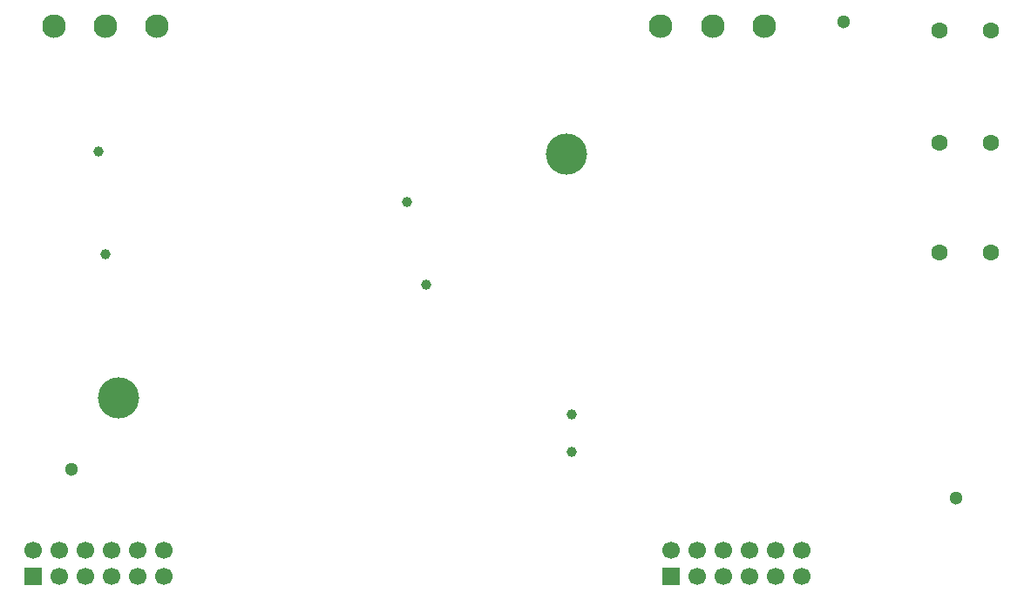
<source format=gbs>
G04 #@! TF.GenerationSoftware,KiCad,Pcbnew,9.0.3-9.0.3-0~ubuntu24.04.1*
G04 #@! TF.CreationDate,2025-08-16T17:29:33+02:00*
G04 #@! TF.ProjectId,acoustic-piezodriver-board,61636f75-7374-4696-932d-7069657a6f64,rev?*
G04 #@! TF.SameCoordinates,Original*
G04 #@! TF.FileFunction,Soldermask,Bot*
G04 #@! TF.FilePolarity,Negative*
%FSLAX46Y46*%
G04 Gerber Fmt 4.6, Leading zero omitted, Abs format (unit mm)*
G04 Created by KiCad (PCBNEW 9.0.3-9.0.3-0~ubuntu24.04.1) date 2025-08-16 17:29:33*
%MOMM*%
%LPD*%
G01*
G04 APERTURE LIST*
%ADD10C,1.300000*%
%ADD11R,1.700000X1.700000*%
%ADD12C,1.700000*%
%ADD13C,2.300000*%
%ADD14C,4.000000*%
%ADD15C,1.600000*%
%ADD16C,1.000000*%
G04 APERTURE END LIST*
D10*
X50730000Y-128610000D03*
X136640000Y-131420000D03*
X125700000Y-85080000D03*
D11*
X47000000Y-139000000D03*
D12*
X47000000Y-136460000D03*
X49540000Y-139000000D03*
X49540000Y-136460000D03*
X52080000Y-139000000D03*
X52080000Y-136460000D03*
X54620000Y-139000000D03*
X54620000Y-136460000D03*
X57160000Y-139000000D03*
X57160000Y-136460000D03*
X59700000Y-139000000D03*
X59700000Y-136460000D03*
D13*
X108000000Y-85500000D03*
X113000000Y-85500000D03*
X118000000Y-85500000D03*
D14*
X98800000Y-98000000D03*
D15*
X135075000Y-107550000D03*
X140075000Y-107550000D03*
D13*
X49000000Y-85500000D03*
X54000000Y-85500000D03*
X59000000Y-85500000D03*
D14*
X55300000Y-121700000D03*
D15*
X135075000Y-96850000D03*
X140075000Y-96850000D03*
X135025000Y-85925000D03*
X140025000Y-85925000D03*
D11*
X109000000Y-139000000D03*
D12*
X109000000Y-136460000D03*
X111540000Y-139000000D03*
X111540000Y-136460000D03*
X114080000Y-139000000D03*
X114080000Y-136460000D03*
X116620000Y-139000000D03*
X116620000Y-136460000D03*
X119160000Y-139000000D03*
X119160000Y-136460000D03*
X121700000Y-139000000D03*
X121700000Y-136460000D03*
D16*
X99350000Y-126940000D03*
X54050000Y-107700000D03*
X85220000Y-110690000D03*
X99300000Y-123270000D03*
X53350000Y-97700000D03*
X83360000Y-102600000D03*
M02*

</source>
